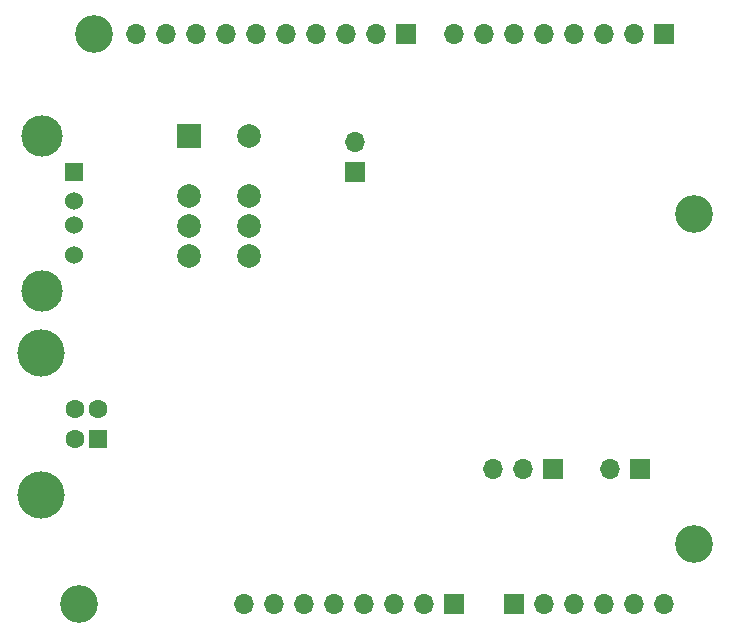
<source format=gbr>
%TF.GenerationSoftware,KiCad,Pcbnew,(6.0.7-1)-1*%
%TF.CreationDate,2022-10-13T17:45:23+01:00*%
%TF.ProjectId,JVS-IO,4a56532d-494f-42e6-9b69-6361645f7063,1*%
%TF.SameCoordinates,Original*%
%TF.FileFunction,Soldermask,Bot*%
%TF.FilePolarity,Negative*%
%FSLAX46Y46*%
G04 Gerber Fmt 4.6, Leading zero omitted, Abs format (unit mm)*
G04 Created by KiCad (PCBNEW (6.0.7-1)-1) date 2022-10-13 17:45:23*
%MOMM*%
%LPD*%
G01*
G04 APERTURE LIST*
%ADD10R,1.524000X1.524000*%
%ADD11C,1.524000*%
%ADD12C,3.500000*%
%ADD13R,1.700000X1.700000*%
%ADD14O,1.700000X1.700000*%
%ADD15C,3.200000*%
%ADD16R,1.600000X1.600000*%
%ADD17C,1.600000*%
%ADD18C,4.000000*%
%ADD19R,2.000000X2.000000*%
%ADD20C,2.000000*%
G04 APERTURE END LIST*
D10*
%TO.C,JVS-A1*%
X82169000Y-50292000D03*
D11*
X82169000Y-52792000D03*
X82169000Y-54792000D03*
X82169000Y-57292000D03*
D12*
X79459000Y-60362000D03*
X79459000Y-47222000D03*
%TD*%
D13*
%TO.C,REF\u002A\u002A*%
X119380000Y-86868000D03*
D14*
X121920000Y-86868000D03*
X124460000Y-86868000D03*
X127000000Y-86868000D03*
X129540000Y-86868000D03*
X132080000Y-86868000D03*
%TD*%
D15*
%TO.C,REF\u002A\u002A*%
X82550000Y-86868000D03*
%TD*%
%TO.C,REF\u002A\u002A*%
X134620000Y-81788000D03*
%TD*%
%TO.C,REF\u002A\u002A*%
X134620000Y-53848000D03*
%TD*%
%TO.C,REF\u002A\u002A*%
X83820000Y-38608000D03*
%TD*%
D16*
%TO.C,JVS-B1*%
X84201000Y-72898000D03*
D17*
X84201000Y-70398000D03*
X82201000Y-70398000D03*
X82201000Y-72898000D03*
D18*
X79341000Y-77648000D03*
X79341000Y-65648000D03*
%TD*%
D13*
%TO.C,J1*%
X132080000Y-38608000D03*
D14*
X129540000Y-38608000D03*
X127000000Y-38608000D03*
X124460000Y-38608000D03*
X121920000Y-38608000D03*
X119380000Y-38608000D03*
X116840000Y-38608000D03*
X114300000Y-38608000D03*
%TD*%
D13*
%TO.C,PPWR1*%
X114300000Y-86868000D03*
D14*
X111760000Y-86868000D03*
X109220000Y-86868000D03*
X106680000Y-86868000D03*
X104140000Y-86868000D03*
X101600000Y-86868000D03*
X99060000Y-86868000D03*
X96520000Y-86868000D03*
%TD*%
D13*
%TO.C,Pdig2*%
X110236000Y-38608000D03*
D14*
X107696000Y-38608000D03*
X105156000Y-38608000D03*
X102616000Y-38608000D03*
X100076000Y-38608000D03*
X97536000Y-38608000D03*
X94996000Y-38608000D03*
X92456000Y-38608000D03*
X89916000Y-38608000D03*
X87376000Y-38608000D03*
%TD*%
D13*
%TO.C,J3*%
X130048000Y-75438000D03*
D14*
X127508000Y-75438000D03*
%TD*%
D13*
%TO.C,J2*%
X122667000Y-75438000D03*
D14*
X120127000Y-75438000D03*
X117587000Y-75438000D03*
%TD*%
D19*
%TO.C,K1*%
X91876010Y-47244000D03*
D20*
X91876010Y-52324000D03*
X91876010Y-54864000D03*
X91876010Y-57404000D03*
X96956010Y-57404000D03*
X96956010Y-54864000D03*
X96956010Y-52324000D03*
X96956010Y-47244000D03*
%TD*%
D13*
%TO.C,J4*%
X105918000Y-50292000D03*
D14*
X105918000Y-47752000D03*
%TD*%
M02*

</source>
